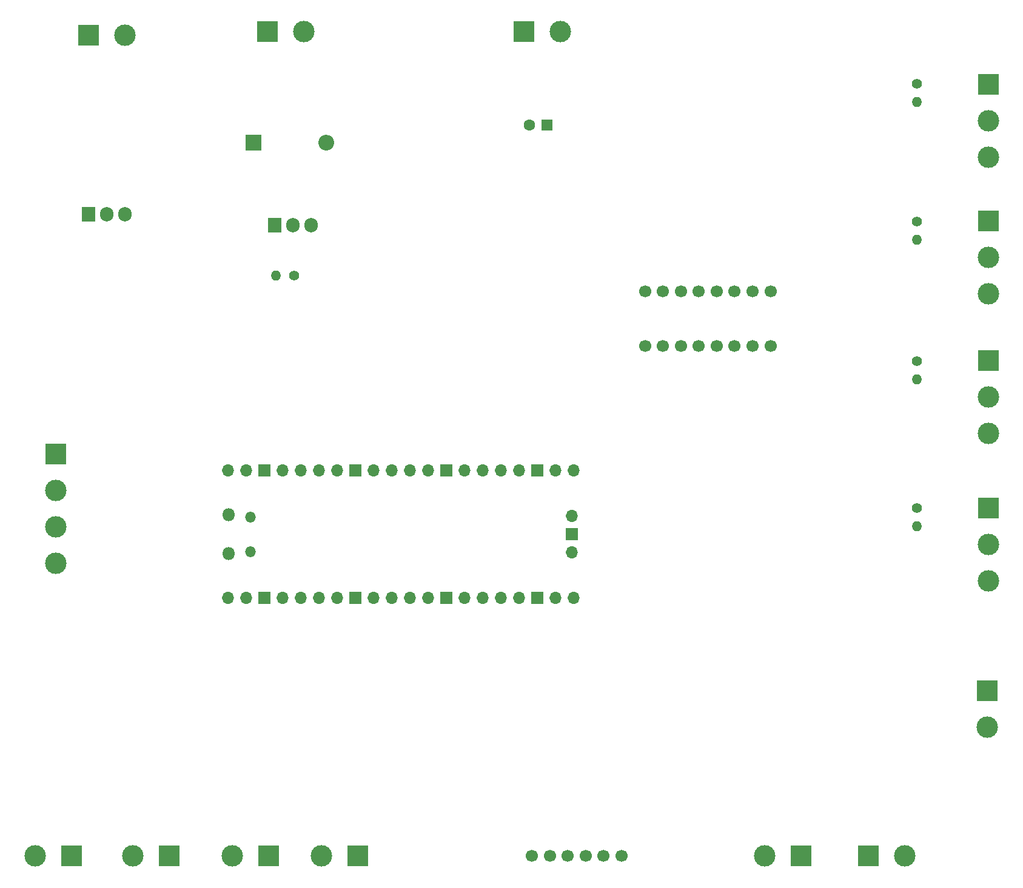
<source format=gbr>
%TF.GenerationSoftware,KiCad,Pcbnew,8.0.1*%
%TF.CreationDate,2024-04-17T15:42:03-07:00*%
%TF.ProjectId,LuliHydroponics,4c756c69-4879-4647-926f-706f6e696373,rev?*%
%TF.SameCoordinates,Original*%
%TF.FileFunction,Soldermask,Bot*%
%TF.FilePolarity,Negative*%
%FSLAX46Y46*%
G04 Gerber Fmt 4.6, Leading zero omitted, Abs format (unit mm)*
G04 Created by KiCad (PCBNEW 8.0.1) date 2024-04-17 15:42:03*
%MOMM*%
%LPD*%
G01*
G04 APERTURE LIST*
%ADD10C,3.000000*%
%ADD11R,3.000000X3.000000*%
%ADD12C,1.700000*%
%ADD13C,1.400000*%
%ADD14O,1.400000X1.400000*%
%ADD15R,1.905000X2.000000*%
%ADD16O,1.905000X2.000000*%
%ADD17O,1.700000X1.700000*%
%ADD18R,1.700000X1.700000*%
%ADD19O,1.800000X1.800000*%
%ADD20O,1.500000X1.500000*%
%ADD21O,2.200000X2.200000*%
%ADD22R,2.200000X2.200000*%
%ADD23C,1.600000*%
%ADD24R,1.600000X1.600000*%
G04 APERTURE END LIST*
D10*
%TO.C,J10*%
X38000000Y-104160000D03*
X38000000Y-99080000D03*
X38000000Y-94000000D03*
D11*
X38000000Y-88920000D03*
%TD*%
D10*
%TO.C,J9*%
X168000000Y-127000000D03*
D11*
X168000000Y-121920000D03*
%TD*%
D12*
%TO.C,U9*%
X104460000Y-145000000D03*
X106960000Y-145000000D03*
X109460000Y-145000000D03*
X111960000Y-145000000D03*
X114460000Y-145000000D03*
X116960000Y-145000000D03*
%TD*%
D10*
%TO.C,J8*%
X156540000Y-145000000D03*
D11*
X151460000Y-145000000D03*
%TD*%
D10*
%TO.C,U4*%
X168160000Y-66580000D03*
X168160000Y-61500000D03*
D11*
X168160000Y-56420000D03*
%TD*%
D10*
%TO.C,J3*%
X75080000Y-145000000D03*
D11*
X80160000Y-145000000D03*
%TD*%
D13*
%TO.C,R1*%
X71220000Y-64000000D03*
D14*
X68680000Y-64000000D03*
%TD*%
D11*
%TO.C,J5*%
X53825000Y-145000000D03*
D10*
X48745000Y-145000000D03*
%TD*%
%TO.C,J1*%
X47620000Y-30500000D03*
D11*
X42540000Y-30500000D03*
%TD*%
D15*
%TO.C,Q1*%
X68500000Y-57000000D03*
D16*
X71040000Y-57000000D03*
X73580000Y-57000000D03*
%TD*%
D10*
%TO.C,U6*%
X168160000Y-106580000D03*
X168160000Y-101500000D03*
D11*
X168160000Y-96420000D03*
%TD*%
D10*
%TO.C,J4*%
X62580000Y-145000000D03*
D11*
X67660000Y-145000000D03*
%TD*%
D10*
%TO.C,U3*%
X168160000Y-47500000D03*
X168160000Y-42420000D03*
D11*
X168160000Y-37340000D03*
%TD*%
D10*
%TO.C,J2*%
X108410000Y-30000000D03*
D11*
X103330000Y-30000000D03*
%TD*%
D17*
%TO.C,U1*%
X110010000Y-97570000D03*
D18*
X110010000Y-100110000D03*
D17*
X110010000Y-102650000D03*
X61980000Y-91220000D03*
X64520000Y-91220000D03*
D18*
X67060000Y-91220000D03*
D17*
X69600000Y-91220000D03*
X72140000Y-91220000D03*
X74680000Y-91220000D03*
X77220000Y-91220000D03*
D18*
X79760000Y-91220000D03*
D17*
X82300000Y-91220000D03*
X84840000Y-91220000D03*
X87380000Y-91220000D03*
X89920000Y-91220000D03*
D18*
X92460000Y-91220000D03*
D17*
X95000000Y-91220000D03*
X97540000Y-91220000D03*
X100080000Y-91220000D03*
X102620000Y-91220000D03*
D18*
X105160000Y-91220000D03*
D17*
X107700000Y-91220000D03*
X110240000Y-91220000D03*
X110240000Y-109000000D03*
X107700000Y-109000000D03*
D18*
X105160000Y-109000000D03*
D17*
X102620000Y-109000000D03*
X100080000Y-109000000D03*
X97540000Y-109000000D03*
X95000000Y-109000000D03*
D18*
X92460000Y-109000000D03*
D17*
X89920000Y-109000000D03*
X87380000Y-109000000D03*
X84840000Y-109000000D03*
X82300000Y-109000000D03*
D18*
X79760000Y-109000000D03*
D17*
X77220000Y-109000000D03*
X74680000Y-109000000D03*
X72140000Y-109000000D03*
X69600000Y-109000000D03*
D18*
X67060000Y-109000000D03*
D17*
X64520000Y-109000000D03*
X61980000Y-109000000D03*
D19*
X62110000Y-97385000D03*
D20*
X65140000Y-97685000D03*
X65140000Y-102535000D03*
D19*
X62110000Y-102835000D03*
%TD*%
D14*
%TO.C,R3*%
X158160000Y-59000000D03*
D13*
X158160000Y-56460000D03*
%TD*%
D10*
%TO.C,J7*%
X136960000Y-145000000D03*
D11*
X142040000Y-145000000D03*
%TD*%
D14*
%TO.C,R4*%
X158160000Y-78500000D03*
D13*
X158160000Y-75960000D03*
%TD*%
%TO.C,R5*%
X158160000Y-96460000D03*
D14*
X158160000Y-99000000D03*
%TD*%
D12*
%TO.C,U2*%
X137750000Y-73810000D03*
X135250000Y-73810000D03*
X132750000Y-73810000D03*
X130250000Y-73810000D03*
X127750000Y-73810000D03*
X125250000Y-73810000D03*
X122750000Y-73810000D03*
X120250000Y-73810000D03*
X120250000Y-66190000D03*
X122750000Y-66190000D03*
X125250000Y-66190000D03*
X127750000Y-66190000D03*
X130250000Y-66190000D03*
X132750000Y-66190000D03*
X135250000Y-66190000D03*
X137750000Y-66190000D03*
%TD*%
D11*
%TO.C,J6*%
X40160000Y-145000000D03*
D10*
X35080000Y-145000000D03*
%TD*%
%TO.C,M1*%
X72620000Y-30000000D03*
D11*
X67540000Y-30000000D03*
%TD*%
D16*
%TO.C,Q2*%
X47660000Y-55500000D03*
X45120000Y-55500000D03*
D15*
X42580000Y-55500000D03*
%TD*%
D21*
%TO.C,D1*%
X75740000Y-45500000D03*
D22*
X65580000Y-45500000D03*
%TD*%
D14*
%TO.C,R2*%
X158160000Y-39780000D03*
D13*
X158160000Y-37240000D03*
%TD*%
D23*
%TO.C,C1*%
X104080000Y-43000000D03*
D24*
X106580000Y-43000000D03*
%TD*%
D10*
%TO.C,U5*%
X168160000Y-86000000D03*
X168160000Y-80920000D03*
D11*
X168160000Y-75840000D03*
%TD*%
M02*

</source>
